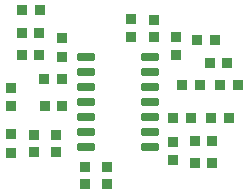
<source format=gtp>
G04*
G04 #@! TF.GenerationSoftware,Altium Limited,Altium Designer,25.1.2 (22)*
G04*
G04 Layer_Color=8421504*
%FSLAX26Y26*%
%MOIN*%
G70*
G04*
G04 #@! TF.SameCoordinates,3C89DFF2-4D07-40C4-B63C-CCDB096C3DA4*
G04*
G04*
G04 #@! TF.FilePolarity,Positive*
G04*
G01*
G75*
%ADD14R,0.037745X0.035911*%
%ADD15R,0.035911X0.033808*%
%ADD16R,0.033808X0.035911*%
%ADD17R,0.035911X0.037745*%
G04:AMPARAMS|DCode=18|XSize=23.622mil|YSize=57.087mil|CornerRadius=2.008mil|HoleSize=0mil|Usage=FLASHONLY|Rotation=90.000|XOffset=0mil|YOffset=0mil|HoleType=Round|Shape=RoundedRectangle|*
%AMROUNDEDRECTD18*
21,1,0.023622,0.053071,0,0,90.0*
21,1,0.019606,0.057087,0,0,90.0*
1,1,0.004016,0.026535,0.009803*
1,1,0.004016,0.026535,-0.009803*
1,1,0.004016,-0.026535,-0.009803*
1,1,0.004016,-0.026535,0.009803*
%
%ADD18ROUNDEDRECTD18*%
D14*
X238611Y430000D02*
D03*
X181389D02*
D03*
X105000Y675000D02*
D03*
X162221D02*
D03*
X106389Y600000D02*
D03*
X163611D02*
D03*
X738611Y315000D02*
D03*
X681389D02*
D03*
X788611Y575000D02*
D03*
X731389D02*
D03*
X738611Y240000D02*
D03*
X681389D02*
D03*
D15*
X70000Y274421D02*
D03*
Y335579D02*
D03*
X240000Y594421D02*
D03*
Y655579D02*
D03*
X70000Y490579D02*
D03*
Y429421D02*
D03*
X620000Y599421D02*
D03*
Y660579D02*
D03*
X610000Y310579D02*
D03*
Y249421D02*
D03*
X470000Y659421D02*
D03*
Y720579D02*
D03*
D16*
X179421Y520000D02*
D03*
X240579D02*
D03*
X165579Y750000D02*
D03*
X104421D02*
D03*
X795579Y390000D02*
D03*
X734421D02*
D03*
X609421D02*
D03*
X670579D02*
D03*
X825579Y500000D02*
D03*
X764421D02*
D03*
X700579D02*
D03*
X639421D02*
D03*
X689421Y650000D02*
D03*
X750579D02*
D03*
D17*
X220000Y276389D02*
D03*
Y333611D02*
D03*
X145000Y276389D02*
D03*
Y333611D02*
D03*
X315000Y171389D02*
D03*
Y228611D02*
D03*
X545000Y661389D02*
D03*
Y718611D02*
D03*
X390000Y171389D02*
D03*
Y228611D02*
D03*
D18*
X532283Y295000D02*
D03*
Y345000D02*
D03*
Y395000D02*
D03*
Y445000D02*
D03*
Y495000D02*
D03*
Y545000D02*
D03*
Y595000D02*
D03*
X317716Y295000D02*
D03*
Y345000D02*
D03*
Y395000D02*
D03*
Y445000D02*
D03*
Y495000D02*
D03*
Y545000D02*
D03*
Y595000D02*
D03*
M02*

</source>
